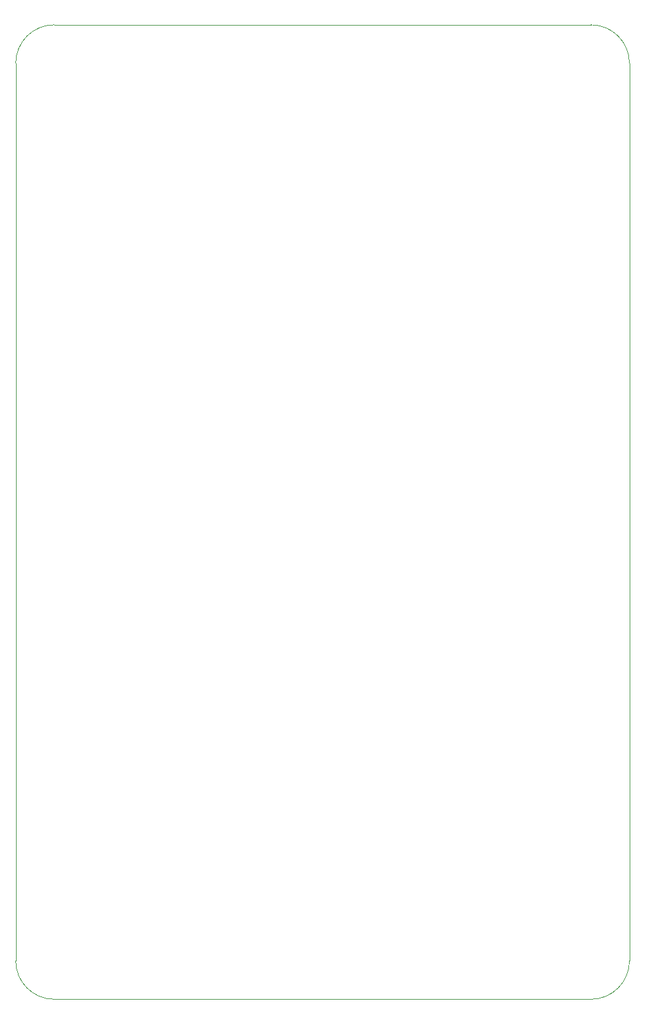
<source format=gm1>
G04 #@! TF.GenerationSoftware,KiCad,Pcbnew,(7.0.0)*
G04 #@! TF.CreationDate,2023-02-27T13:57:00+01:00*
G04 #@! TF.ProjectId,MPad2040_V1,4d506164-3230-4343-905f-56312e6b6963,1.1*
G04 #@! TF.SameCoordinates,Original*
G04 #@! TF.FileFunction,Profile,NP*
%FSLAX46Y46*%
G04 Gerber Fmt 4.6, Leading zero omitted, Abs format (unit mm)*
G04 Created by KiCad (PCBNEW (7.0.0)) date 2023-02-27 13:57:00*
%MOMM*%
%LPD*%
G01*
G04 APERTURE LIST*
G04 #@! TA.AperFunction,Profile*
%ADD10C,0.100000*%
G04 #@! TD*
G04 APERTURE END LIST*
D10*
X188165000Y-36830000D02*
X188165000Y-155575000D01*
X188165000Y-36830000D02*
G75*
G03*
X183085000Y-31750000I-5080000J0D01*
G01*
X183085000Y-160655000D02*
G75*
G03*
X188165000Y-155575000I0J5080000D01*
G01*
X111965000Y-31750000D02*
G75*
G03*
X106885000Y-36830000I0J-5080000D01*
G01*
X111965000Y-31750000D02*
X183085000Y-31750000D01*
X183085000Y-160655000D02*
X111965000Y-160655000D01*
X106885000Y-155575000D02*
X106885000Y-36830000D01*
X106885000Y-155575000D02*
G75*
G03*
X111965000Y-160655000I5080000J0D01*
G01*
M02*

</source>
